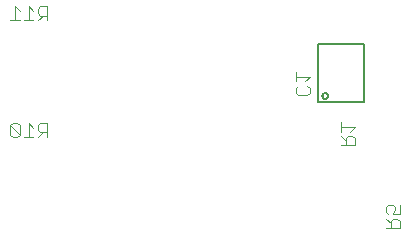
<source format=gbo>
G75*
%MOIN*%
%OFA0B0*%
%FSLAX24Y24*%
%IPPOS*%
%LPD*%
%AMOC8*
5,1,8,0,0,1.08239X$1,22.5*
%
%ADD10C,0.0050*%
%ADD11C,0.0040*%
D10*
X011433Y011383D02*
X012973Y011383D01*
X012973Y013313D01*
X011433Y013313D01*
X011433Y011383D01*
X011580Y011598D02*
X011582Y011618D01*
X011588Y011636D01*
X011597Y011654D01*
X011609Y011669D01*
X011624Y011681D01*
X011642Y011690D01*
X011660Y011696D01*
X011680Y011698D01*
X011700Y011696D01*
X011718Y011690D01*
X011736Y011681D01*
X011751Y011669D01*
X011763Y011654D01*
X011772Y011636D01*
X011778Y011618D01*
X011780Y011598D01*
X011778Y011578D01*
X011772Y011560D01*
X011763Y011542D01*
X011751Y011527D01*
X011736Y011515D01*
X011718Y011506D01*
X011700Y011500D01*
X011680Y011498D01*
X011660Y011500D01*
X011642Y011506D01*
X011624Y011515D01*
X011609Y011527D01*
X011597Y011542D01*
X011588Y011560D01*
X011582Y011578D01*
X011580Y011598D01*
D11*
X001412Y010224D02*
X001259Y010224D01*
X001182Y010301D01*
X001182Y010608D01*
X001489Y010301D01*
X001412Y010224D01*
X001489Y010301D02*
X001489Y010608D01*
X001412Y010684D01*
X001259Y010684D01*
X001182Y010608D01*
X001643Y010224D02*
X001950Y010224D01*
X002103Y010224D02*
X002257Y010378D01*
X002180Y010378D02*
X002410Y010378D01*
X002410Y010224D02*
X002410Y010684D01*
X002180Y010684D01*
X002103Y010608D01*
X002103Y010454D01*
X002180Y010378D01*
X001950Y010531D02*
X001796Y010684D01*
X001796Y010224D01*
X001796Y014118D02*
X001796Y014578D01*
X001950Y014425D01*
X002103Y014501D02*
X002103Y014348D01*
X002180Y014271D01*
X002410Y014271D01*
X002410Y014118D02*
X002410Y014578D01*
X002180Y014578D01*
X002103Y014501D01*
X002257Y014271D02*
X002103Y014118D01*
X001950Y014118D02*
X001643Y014118D01*
X001489Y014118D02*
X001182Y014118D01*
X001336Y014118D02*
X001336Y014578D01*
X001489Y014425D01*
X010700Y012385D02*
X010700Y012078D01*
X010700Y012232D02*
X011160Y012232D01*
X011007Y012078D01*
X011084Y011925D02*
X011160Y011848D01*
X011160Y011694D01*
X011084Y011618D01*
X010777Y011618D01*
X010700Y011694D01*
X010700Y011848D01*
X010777Y011925D01*
X012200Y010714D02*
X012200Y010407D01*
X012200Y010254D02*
X012353Y010100D01*
X012353Y010177D02*
X012353Y009947D01*
X012200Y009947D02*
X012660Y009947D01*
X012660Y010177D01*
X012584Y010254D01*
X012430Y010254D01*
X012353Y010177D01*
X012507Y010407D02*
X012660Y010561D01*
X012200Y010561D01*
X013777Y007964D02*
X013700Y007888D01*
X013700Y007734D01*
X013777Y007657D01*
X013930Y007657D02*
X014007Y007811D01*
X014007Y007888D01*
X013930Y007964D01*
X013777Y007964D01*
X013930Y007657D02*
X014160Y007657D01*
X014160Y007964D01*
X014084Y007504D02*
X013930Y007504D01*
X013853Y007427D01*
X013853Y007197D01*
X013700Y007197D02*
X014160Y007197D01*
X014160Y007427D01*
X014084Y007504D01*
X013853Y007350D02*
X013700Y007504D01*
M02*

</source>
